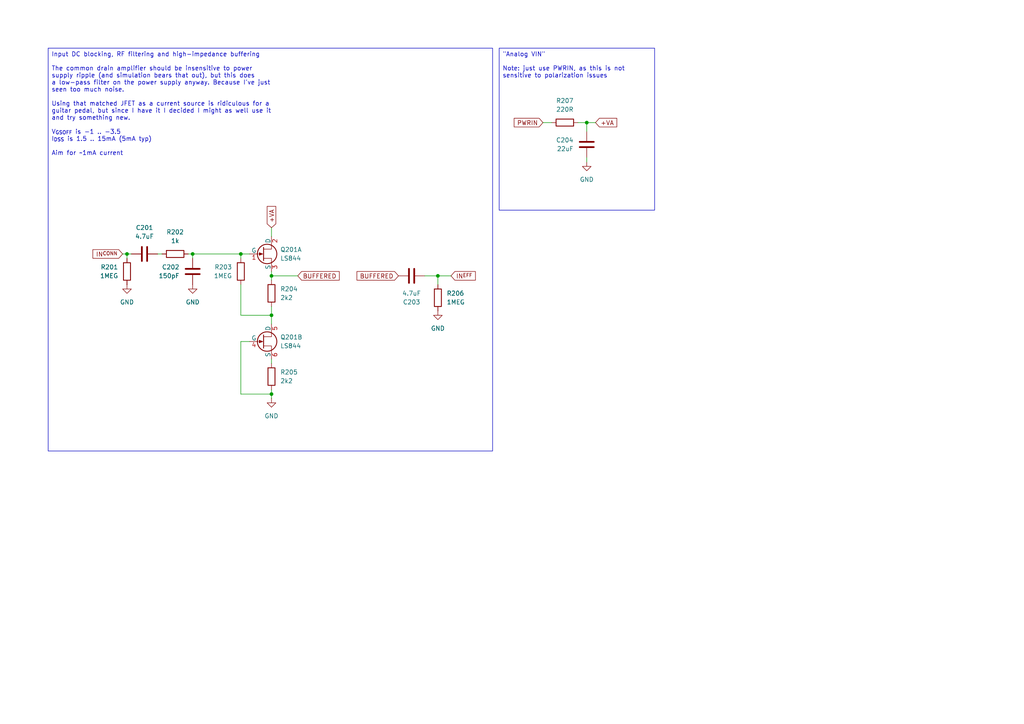
<source format=kicad_sch>
(kicad_sch (version 20250114) (generator "eeschema") (generator_version "9.0")
  (paper "A4")
  (lib_symbols
    (symbol "Device:C" (pin_numbers (hide yes)) (pin_names (offset 0.254))
      (property "Reference" "C" (at 0.635 2.54 0))
      (property "Value" "C" (at 0.635 -2.54 0))
      (symbol "C_0_1"
        (polyline (pts (xy -2.032 0.762) (xy 2.032 0.762)) (stroke (width 0.508)))
        (polyline (pts (xy -2.032 -0.762) (xy 2.032 -0.762)) (stroke (width 0.508)))
      )
      (symbol "C_1_1"
        (pin passive line (at 0 3.81 270) (length 2.794) (name "~") (number "1"))
        (pin passive line (at 0 -3.81 90) (length 2.794) (name "~") (number "2"))
      )
    )
    (symbol "Device:R" (pin_numbers (hide yes)) (pin_names (offset 0))
      (property "Reference" "R" (at 2.032 0 90))
      (property "Value" "R" (at 0 0 90))
      (symbol "R_0_1"
        (rectangle (start -1.016 -2.54) (end 1.016 2.54) (stroke (width 0.254)))
      )
      (symbol "R_1_1"
        (pin passive line (at 0 3.81 270) (length 1.27) (name "~") (number "1"))
        (pin passive line (at 0 -3.81 90) (length 1.27) (name "~") (number "2"))
      )
    )
    (symbol "Mylib:LS844" (pin_names (offset 0))
      (property "Reference" "Q" (at 5.08 1.27 0))
      (property "Value" "LS844" (at 7.62 -1.27 0))
      (symbol "LS844_1_1"
        (polyline (pts (xy 0 0) (xy -1.016 0.381) (xy -1.016 -0.381) (xy 0 0)) (fill (type outline)))
        (polyline (pts (xy 0.254 1.905) (xy 0.254 -1.905) (xy 0.254 -1.905)) (stroke (width 0.254)))
        (circle (center 1.27 0) (radius 2.8194) (stroke (width 0.254)))
        (polyline (pts (xy 2.54 2.54) (xy 2.54 1.397) (xy 0.254 1.397)))
        (polyline (pts (xy 2.54 -2.54) (xy 2.54 -1.27) (xy 0.254 -1.27)))
        (pin input line (at -3.81 0 0) (length 2.54) (name "G") (number "1"))
        (pin passive line (at 2.54 5.08 270) (length 2.54) (name "D") (number "2"))
        (pin passive line (at 2.54 -5.08 90) (length 2.54) (name "S") (number "3"))
      )
      (symbol "LS844_2_1"
        (polyline (pts (xy 0 0) (xy -1.016 0.381) (xy -1.016 -0.381) (xy 0 0)) (fill (type outline)))
        (polyline (pts (xy 0.254 1.905) (xy 0.254 -1.905) (xy 0.254 -1.905)) (stroke (width 0.254)))
        (circle (center 1.27 0) (radius 2.8194) (stroke (width 0.254)))
        (polyline (pts (xy 2.54 2.54) (xy 2.54 1.397) (xy 0.254 1.397)))
        (polyline (pts (xy 2.54 -2.54) (xy 2.54 -1.27) (xy 0.254 -1.27)))
        (pin input line (at -3.81 0 0) (length 2.54) (name "G") (number "4"))
        (pin passive line (at 2.54 5.08 270) (length 2.54) (name "D") (number "5"))
        (pin passive line (at 2.54 -5.08 90) (length 2.54) (name "S") (number "6"))
      )
    )
    (symbol "power:GND" (power) (pin_numbers (hide yes)) (pin_names (offset 0) (hide yes))
      (property "Value" "GND" (at 0 -3.81 0))
      (symbol "GND_0_1"
        (polyline (pts (xy 0 0) (xy 0 -1.27) (xy 1.27 -1.27) (xy 0 -2.54) (xy -1.27 -1.27) (xy 0 -1.27)))
      )
      (symbol "GND_1_1"
        (pin power_in line (at 0 0 270) (length 0) (name "~") (number "1"))
      )
    )
  )
  (text_box "Input DC blocking, RF filtering and high-impedance buffering\n\nThe common drain amplifier should be insensitive to power\nsupply ripple (and simulation bears that out), but this does\na low-pass filter on the power supply anyway. Because I've just\nseen too much noise.\n\nUsing that matched JFET as a current source is ridiculous for a\nguitar pedal, but since I have it I decided I might as well use it\nand try something new.\n\nV_{GSOFF} is -1 .. -3.5\nI_{DSS} is 1.5 .. 15mA (5mA typ)\n\nAim for ~1mA current" (at 13.97 13.97 0) (size 128.905 116.84) (margins 0.9525 0.9525 0.9525 0.9525) (effects (font (size 1.27 1.27)) (justify left top)))
  (text_box "\"Analog VIN\"\n\nNote: just use PWRIN, as this is not\nsensitive to polarization issues" (at 144.78 13.97 0) (size 45.085 46.99) (margins 0.9525 0.9525 0.9525 0.9525) (effects (font (size 1.27 1.27)) (justify left top)))
  (junction (at 69.85 73.66))
  (junction (at 78.74 91.44))
  (junction (at 170.18 35.56))
  (junction (at 78.74 80.01))
  (junction (at 55.88 73.66))
  (junction (at 78.74 114.3))
  (junction (at 36.83 73.66))
  (junction (at 127 80.01))
  (wire (pts (xy 69.85 82.55) (xy 69.85 91.44)))
  (wire (pts (xy 78.74 80.01) (xy 86.36 80.01)))
  (wire (pts (xy 69.85 91.44) (xy 78.74 91.44)))
  (wire (pts (xy 127 80.01) (xy 127 82.55)))
  (wire (pts (xy 78.74 104.14) (xy 78.74 105.41)))
  (wire (pts (xy 69.85 114.3) (xy 69.85 99.06)))
  (wire (pts (xy 69.85 99.06) (xy 72.39 99.06)))
  (wire (pts (xy 55.88 73.66) (xy 55.88 74.93)))
  (wire (pts (xy 78.74 113.03) (xy 78.74 114.3)))
  (wire (pts (xy 167.64 35.56) (xy 170.18 35.56)))
  (wire (pts (xy 45.72 73.66) (xy 46.99 73.66)))
  (wire (pts (xy 157.48 35.56) (xy 160.02 35.56)))
  (wire (pts (xy 127 80.01) (xy 130.81 80.01)))
  (wire (pts (xy 78.74 91.44) (xy 78.74 93.98)))
  (wire (pts (xy 78.74 66.04) (xy 78.74 68.58)))
  (wire (pts (xy 55.88 73.66) (xy 69.85 73.66)))
  (wire (pts (xy 36.83 73.66) (xy 36.83 74.93)))
  (wire (pts (xy 78.74 78.74) (xy 78.74 80.01)))
  (wire (pts (xy 170.18 35.56) (xy 170.18 38.1)))
  (wire (pts (xy 69.85 73.66) (xy 69.85 74.93)))
  (wire (pts (xy 54.61 73.66) (xy 55.88 73.66)))
  (wire (pts (xy 172.72 35.56) (xy 170.18 35.56)))
  (wire (pts (xy 69.85 73.66) (xy 72.39 73.66)))
  (wire (pts (xy 78.74 88.9) (xy 78.74 91.44)))
  (wire (pts (xy 170.18 45.72) (xy 170.18 46.99)))
  (wire (pts (xy 36.83 73.66) (xy 38.1 73.66)))
  (wire (pts (xy 78.74 80.01) (xy 78.74 81.28)))
  (wire (pts (xy 35.56 73.66) (xy 36.83 73.66)))
  (wire (pts (xy 78.74 114.3) (xy 78.74 115.57)))
  (wire (pts (xy 78.74 114.3) (xy 69.85 114.3)))
  (wire (pts (xy 123.19 80.01) (xy 127 80.01)))
  (global_label "+VA" (shape input) (at 172.72 35.56 0) (property "Intersheetrefs" "${INTERSHEET_REFS}" (effects (hide yes))))
  (global_label "+VA" (shape input) (at 78.74 66.04 90) (property "Intersheetrefs" "${INTERSHEET_REFS}" (effects (hide yes))))
  (global_label "PWRIN" (shape input) (at 157.48 35.56 180) (property "Intersheetrefs" "${INTERSHEET_REFS}" (effects (hide yes))))
  (global_label "BUFFERED" (shape input) (at 86.36 80.01 0) (property "Intersheetrefs" "${INTERSHEET_REFS}" (effects (hide yes))))
  (global_label "IN^{CONN}" (shape input) (at 35.56 73.66 180) (property "Intersheetrefs" "${INTERSHEET_REFS}" (effects (hide yes))))
  (global_label "BUFFERED" (shape input) (at 115.57 80.01 180) (property "Intersheetrefs" "${INTERSHEET_REFS}" (effects (hide yes))))
  (global_label "IN^{EFF}" (shape input) (at 130.81 80.01 0) (property "Intersheetrefs" "${INTERSHEET_REFS}" (effects (hide yes))))
  (symbol (lib_id "power:GND") (at 36.83 82.55 0) (unit 1)
    (property "Reference" "#PWR0201" (effects (hide yes)))
    (property "Value" "GND" (at 36.83 87.63 0))
    (property "Description" "Power symbol creates a global label with name \"GND\" , ground" (effects (hide yes)))
  )
  (symbol (lib_id "power:GND") (at 170.18 46.99 0) (unit 1)
    (property "Reference" "#PWR0205" (effects (hide yes)))
    (property "Value" "GND" (at 170.18 52.07 0))
    (property "Description" "Power symbol creates a global label with name \"GND\" , ground" (effects (hide yes)))
  )
  (symbol (lib_id "power:GND") (at 78.74 115.57 0) (unit 1)
    (property "Reference" "#PWR0203" (effects (hide yes)))
    (property "Value" "GND" (at 78.74 120.65 0))
    (property "Description" "Power symbol creates a global label with name \"GND\" , ground" (effects (hide yes)))
  )
  (symbol (lib_id "power:GND") (at 127 90.17 0) (unit 1)
    (property "Reference" "#PWR0204" (effects (hide yes)))
    (property "Value" "GND" (at 127 95.25 0))
    (property "Description" "Power symbol creates a global label with name \"GND\" , ground" (effects (hide yes)))
  )
  (symbol (lib_id "Device:R") (at 163.83 35.56 90) (unit 1)
    (property "Reference" "R207" (at 163.83 29.21 90))
    (property "Value" "220R" (at 163.83 31.75 90))
    (property "Footprint" "Resistor_SMD:R_0805_2012Metric" (effects (hide yes)))
    (property "Description" "Resistor" (effects (hide yes)))
  )
  (symbol (lib_id "Device:R") (at 50.8 73.66 90) (unit 1)
    (property "Reference" "R202" (at 50.8 67.31 90))
    (property "Value" "1k" (at 50.8 69.85 90))
    (property "Footprint" "Resistor_SMD:R_0805_2012Metric" (effects (hide yes)))
    (property "Description" "Resistor" (effects (hide yes)))
  )
  (symbol (lib_id "Mylib:LS844") (at 76.2 99.06 0) (unit 2)
    (property "Reference" "Q201" (at 81.28 97.7899 0) (effects (justify left)))
    (property "Value" "LS844" (at 81.28 100.3299 0) (effects (justify left)))
    (property "Footprint" "Package_TO_SOT_SMD:SOT-23-6" (effects (hide yes)))
    (property "Datasheet" "https://www.linearsystems.com/_files/ugd/7e8069_af7c9fb7f03c4b5d9006d837ab0e39e7.pdf" (effects (hide yes)))
    (property "Description" "Matched Dual N‑Channel JFET, SOT-23-6L" (effects (hide yes)))
    (property "Sim.Library" "${KIPRJMOD}/../symbols/LS844.lib" (effects (hide yes)))
    (property "Sim.Name" "LS844" (effects (hide yes)))
    (property "Sim.Device" "SUBCKT" (effects (hide yes)))
    (property "Sim.Pins" "1=G1 2=D1 3=S1 4=G2 5=D2 6=S2" (effects (hide yes)))
  )
  (symbol (lib_id "Device:C") (at 55.88 78.74 0) (mirror y) (unit 1)
    (property "Reference" "C202" (at 52.07 77.4699 0) (effects (justify left)))
    (property "Value" "150pF" (at 52.07 80.0099 0) (effects (justify left)))
    (property "Footprint" "Capacitor_SMD:C_0805_2012Metric" (effects (hide yes)))
    (property "Description" "Unpolarized capacitor" (effects (hide yes)))
  )
  (symbol (lib_id "Mylib:LS844") (at 76.2 73.66 0) (unit 1)
    (property "Reference" "Q201" (at 81.28 72.3899 0) (effects (justify left)))
    (property "Value" "LS844" (at 81.28 74.9299 0) (effects (justify left)))
    (property "Footprint" "Package_TO_SOT_SMD:SOT-23-6" (effects (hide yes)))
    (property "Datasheet" "https://www.linearsystems.com/_files/ugd/7e8069_af7c9fb7f03c4b5d9006d837ab0e39e7.pdf" (effects (hide yes)))
    (property "Description" "Matched Dual N‑Channel JFET, SOT-23-6L" (effects (hide yes)))
    (property "Sim.Library" "${KIPRJMOD}/../symbols/LS844.lib" (effects (hide yes)))
    (property "Sim.Name" "LS844" (effects (hide yes)))
    (property "Sim.Device" "SUBCKT" (effects (hide yes)))
    (property "Sim.Pins" "1=G1 2=D1 3=S1 4=G2 5=D2 6=S2" (effects (hide yes)))
  )
  (symbol (lib_id "Device:C") (at 41.91 73.66 90) (unit 1)
    (property "Reference" "C201" (at 41.91 66.04 90))
    (property "Value" "4.7uF" (at 41.91 68.58 90))
    (property "Footprint" "Capacitor_SMD:C_1206_3216Metric" (effects (hide yes)))
    (property "Description" "Unpolarized capacitor" (effects (hide yes)))
  )
  (symbol (lib_id "Device:R") (at 78.74 85.09 0) (unit 1)
    (property "Reference" "R204" (at 81.28 83.8199 0) (effects (justify left)))
    (property "Value" "2k2" (at 81.28 86.36 0) (effects (justify left)))
    (property "Footprint" "Resistor_SMD:R_0805_2012Metric" (effects (hide yes)))
    (property "Description" "Resistor" (effects (hide yes)))
  )
  (symbol (lib_id "Device:R") (at 127 86.36 0) (unit 1)
    (property "Reference" "R206" (at 129.54 85.0899 0) (effects (justify left)))
    (property "Value" "1MEG" (at 129.54 87.63 0) (effects (justify left)))
    (property "Footprint" "Resistor_SMD:R_0805_2012Metric" (effects (hide yes)))
    (property "Description" "Resistor" (effects (hide yes)))
  )
  (symbol (lib_id "Device:C") (at 119.38 80.01 90) (mirror x) (unit 1)
    (property "Reference" "C203" (at 119.38 87.63 90))
    (property "Value" "4.7uF" (at 119.38 85.09 90))
    (property "Footprint" "Capacitor_SMD:C_1206_3216Metric" (effects (hide yes)))
    (property "Description" "Unpolarized capacitor" (effects (hide yes)))
  )
  (symbol (lib_id "Device:C") (at 170.18 41.91 0) (mirror y) (unit 1)
    (property "Reference" "C204" (at 166.37 40.6399 0) (effects (justify left)))
    (property "Value" "22uF" (at 166.37 43.1799 0) (effects (justify left)))
    (property "Footprint" "Capacitor_SMD:C_1206_3216Metric" (effects (hide yes)))
    (property "Description" "Unpolarized capacitor" (effects (hide yes)))
  )
  (symbol (lib_id "power:GND") (at 55.88 82.55 0) (unit 1)
    (property "Reference" "#PWR0202" (effects (hide yes)))
    (property "Value" "GND" (at 55.88 87.63 0))
    (property "Description" "Power symbol creates a global label with name \"GND\" , ground" (effects (hide yes)))
  )
  (symbol (lib_id "Device:R") (at 78.74 109.22 0) (unit 1)
    (property "Reference" "R205" (at 81.28 107.9499 0) (effects (justify left)))
    (property "Value" "2k2" (at 81.28 110.49 0) (effects (justify left)))
    (property "Footprint" "Resistor_SMD:R_0805_2012Metric" (effects (hide yes)))
    (property "Description" "Resistor" (effects (hide yes)))
  )
  (symbol (lib_id "Device:R") (at 36.83 78.74 0) (mirror y) (unit 1)
    (property "Reference" "R201" (at 34.29 77.4699 0) (effects (justify left)))
    (property "Value" "1MEG" (at 34.29 80.01 0) (effects (justify left)))
    (property "Footprint" "Resistor_SMD:R_0805_2012Metric" (effects (hide yes)))
    (property "Description" "Resistor" (effects (hide yes)))
  )
  (symbol (lib_id "Device:R") (at 69.85 78.74 0) (mirror y) (unit 1)
    (property "Reference" "R203" (at 67.31 77.4699 0) (effects (justify left)))
    (property "Value" "1MEG" (at 67.31 80.01 0) (effects (justify left)))
    (property "Footprint" "Resistor_SMD:R_0805_2012Metric" (effects (hide yes)))
    (property "Description" "Resistor" (effects (hide yes)))
  )
)
</source>
